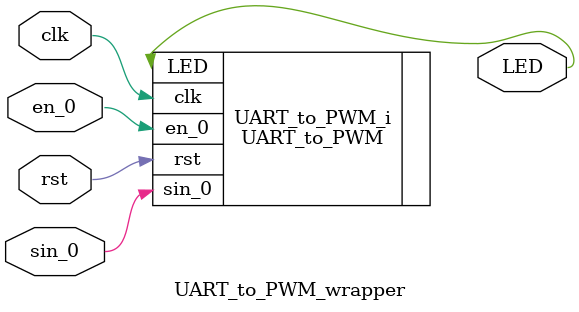
<source format=v>
`timescale 1 ps / 1 ps

module UART_to_PWM_wrapper
   (LED,
    clk,
    en_0,
    rst,
    sin_0);
  output LED;
  input clk;
  input en_0;
  input rst;
  input sin_0;

  wire LED;
  wire clk;
  wire en_0;
  wire rst;
  wire sin_0;

  UART_to_PWM UART_to_PWM_i
       (.LED(LED),
        .clk(clk),
        .en_0(en_0),
        .rst(rst),
        .sin_0(sin_0));
endmodule

</source>
